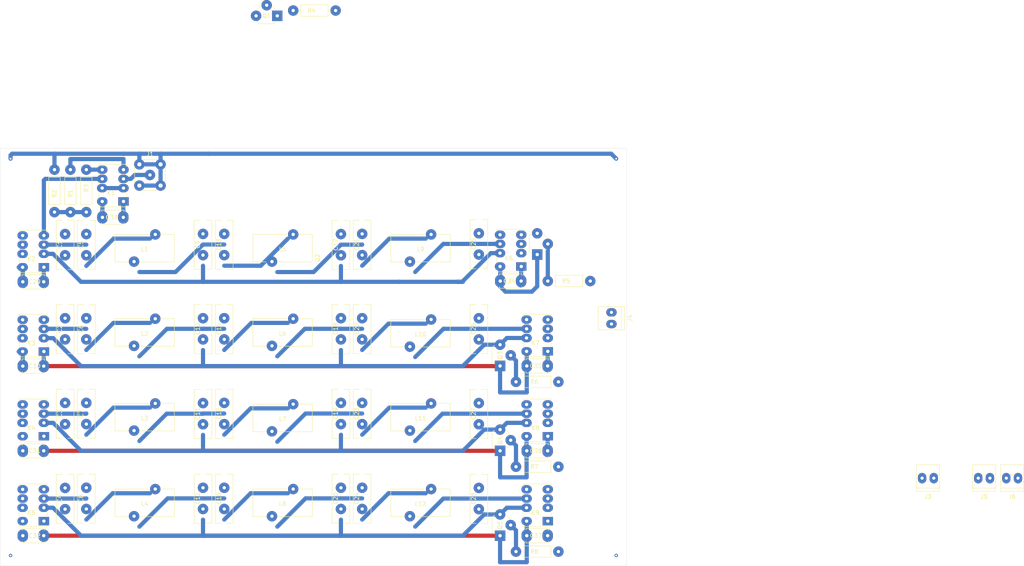
<source format=kicad_pcb>
(kicad_pcb (version 20221018) (generator pcbnew)
  (layers (0 "F.Cu" signal) (31 "B.Cu" signal) (34 "B.Paste" user) (35 "F.Paste" user) (36 "B.SilkS" user "B.Silkscreen") (37 "F.SilkS" user "F.Silkscreen") (38 "B.Mask" user) (39 "F.Mask" user) (44 "Edge.Cuts" user))
  (net 0 "")
  (net 1 "GNDPWR")
  (net 2 "Net-(C1-Pad2)")
  (net 3 "Net-(C2-Pad2)")
  (net 4 "Net-(C3-Pad2)")
  (net 5 "Net-(C1-Pad1)")
  (net 6 "Net-(C2-Pad1)")
  (net 7 "Net-(C3-Pad1)")
  (net 8 "Net-(C7-Pad2)")
  (net 9 "Net-(C8-Pad1)")
  (net 10 "Net-(C9-Pad1)")
  (net 11 "Net-(C10-Pad2)")
  (net 12 "Net-(C11-Pad2)")
  (net 13 "Net-(C12-Pad2)")
  (net 14 "Net-(C10-Pad1)")
  (net 15 "Net-(C14-Pad2)")
  (net 16 "Net-(C15-Pad1)")
  (net 17 "Net-(C16-Pad1)")
  (net 18 "Net-(C17-Pad2)")
  (net 19 "Net-(C15-Pad2)")
  (net 20 "Net-(C16-Pad2)")
  (net 21 "Net-(C17-Pad1)")
  (net 22 "Net-(C21-Pad2)")
  (net 23 "Net-(C22-Pad1)")
  (net 24 "Net-(C23-Pad1)")
  (net 25 "Net-(C24-Pad1)")
  (net 26 "Net-(C22-Pad2)")
  (net 27 "Net-(C23-Pad2)")
  (net 28 "Net-(C24-Pad2)")
  (net 29 "Net-(C28-Pad2)")
  (net 30 "/+13.8V")
  (net 31 "/40m")
  (net 32 "/20m")
  (net 33 "/15m")
  (net 34 "/10m")
  (net 35 "/Att")
  (net 36 "/Ant")
  (net 37 "/BPF")
  (net 38 "Net-(J3-Pin_1)")
  (net 39 "Net-(J4-Pin_1)")
  (net 40 "Net-(J4-Pin_2)")
  (net 41 "Net-(J5-Pin_1)")
  (net 42 "Net-(J5-Pin_2)")
  (net 43 "/Att -12dB")
  (net 44 "Net-(K1-Pad4)")
  (net 45 "Net-(K1-Pad5)")
  (net 46 "+5V")
  (net 47 "Net-(Q1-B)")
  (net 48 "Net-(Q2-B)")
  (net 49 "Net-(Q3-B)")
  (net 50 "Net-(Q4-B)")
  (net 51 "Net-(Q5-B)")
  (net 52 "Net-(R1-Pad2)")
  (footprint "VA3AUI:T50-6" (layer "F.Cu") (at 87.63 81.28)
    (fp_text reference "L7")
    (fp_text value "1.78uH")
  )
  (footprint "VA3AUI:T50-6" (layer "F.Cu") (at 87.63 60.82)
    (fp_text reference "L6")
    (fp_text value "3.83uH")
  )
  (footprint "VA3AUI:C_Rect_L11.5mm_W4.0mm_P5.00mm_Silver_Mica" (layer "F.Cu") (at 73.66 47.13 90)
    (fp_text reference "C13")
    (fp_text value "270")
  )
  (footprint "VA3AUI:C_Rect_L11.5mm_W4.0mm_P5.00mm_Silver_Mica" (layer "F.Cu") (at 73.66 107.91 90)
    (fp_text reference "C16")
    (fp_text value "41*")
  )
  (footprint "VA3AUI:T50-6" (layer "F.Cu") (at 87.63 101.6)
    (fp_text reference "L8")
    (fp_text value "1.78uH")
  )
  (footprint "VA3AUI:G6K-2P-Y" (layer "F.Cu") (at 49.54 31.74 180)
    (fp_text reference "K1")
    (fp_text value "G6K")
  )
  (footprint "VA3AUI:T50-6" (layer "F.Cu") (at 120.65 40.64)
    (fp_text reference "L9")
    (fp_text value "1.78uH")
  )
  (footprint "VA3AUI:C_Disc_D5.1mm_W3.2mm_P5.00mm_MLCC" (layer "F.Cu") (at 25.44 71.16)
    (fp_text reference "C30")
    (fp_text value "33n")
  )
  (footprint "VA3AUI:G6K-2P-Y" (layer "F.Cu") (at 144.78 47.31 180)
    (fp_text reference "K6")
    (fp_text value "G6K")
  )
  (footprint "VA3AUI:TO-92_2N2222" (layer "F.Cu") (at 139.7 88.9 -90)
    (fp_text reference "Q4")
    (fp_text value "2N2222")
  )
  (footprint "VA3AUI:C_Disc_D5.1mm_W3.2mm_P5.00mm_MLCC" (layer "F.Cu") (at 25.44 91.44)
    (fp_text reference "C31")
    (fp_text value "33n")
  )
  (footprint "VA3AUI:T50-6" (layer "F.Cu") (at 87.63 40.64)
    (fp_text reference "L5")
    (fp_text value "3.83uH")
  )
  (footprint "VA3AUI:C_Rect_L11.5mm_W4.0mm_P5.00mm_Silver_Mica" (layer "F.Cu") (at 101.6 107.91 90)
    (fp_text reference "C20")
    (fp_text value "240")
  )
  (footprint "VA3AUI:C_Disc_D5.1mm_W3.2mm_P5.00mm_MLCC" (layer "F.Cu") (at 25.44 50.98)
    (fp_text reference "C29")
    (fp_text value "33n")
  )
  (footprint "VA3AUI:G6K-2P-Y" (layer "F.Cu") (at 151.13 108.27 180)
    (fp_text reference "K9")
    (fp_text value "G6K")
  )
  (footprint "VA3AUI:C_Rect_L11.5mm_W4.0mm_P5.00mm_Silver_Mica" (layer "F.Cu") (at 134.62 46.99 90)
    (fp_text reference "C25")
    (fp_text value "82")
  )
  (footprint "VA3AUI:C_Rect_L11.5mm_W4.0mm_P5.00mm_Silver_Mica" (layer "F.Cu") (at 73.66 87.59 90)
    (fp_text reference "C15")
    (fp_text value "39")
  )
  (footprint "VA3AUI:C_Rect_L11.5mm_W4.0mm_P5.00mm_Silver_Mica" (layer "F.Cu") (at 40.64 87.59 90)
    (fp_text reference "C7")
    (fp_text value "160")
  )
  (footprint "VA3AUI:T50-6" (layer "F.Cu") (at 120.65 61)
    (fp_text reference "L10")
    (fp_text value "1.24uH")
  )
  (footprint "VA3AUI:C_Rect_L11.5mm_W4.0mm_P5.00mm_Silver_Mica" (layer "F.Cu") (at 68.58 47.13 90)
    (fp_text reference "C9")
    (fp_text value "39")
  )
  (footprint "VA3AUI:R_Axial_DIN0207_L6.3mm_D2.5mm_P10.16mm_Horizontal" (layer "F.Cu") (at 40.64 34.29 90)
    (fp_text reference "R3")
    (fp_text value "1M" hide)
  )
  (footprint "VA3AUI:G6K-2P-Y" (layer "F.Cu") (at 151.13 87.95 180)
    (fp_text reference "K8")
    (fp_text value "G6K")
  )
  (footprint "VA3AUI:C_Rect_L11.5mm_W4.0mm_P5.00mm_Silver_Mica" (layer "F.Cu") (at 68.58 87.63 90)
    (fp_text reference "C11")
    (fp_text value "91")
  )
  (footprint "VA3AUI:R_Axial_DIN0207_L6.3mm_D2.5mm_P10.16mm_Horizontal" (layer "F.Cu") (at 153.67 115.57 180)
    (fp_text reference "R8")
    (fp_text value "10k" hide)
  )
  (footprint "VA3AUI:R_Axial_DIN0207_L6.3mm_D2.5mm_P10.16mm_Horizontal" (layer "F.Cu") (at 33.02 24.13 -90)
    (fp_text reference "R2")
    (fp_text value "30" hide)
  )
  (footprint "VA3AUI:C_Rect_L11.5mm_W4.0mm_P5.00mm_Silver_Mica" (layer "F.Cu") (at 134.62 67.31 90)
    (fp_text reference "C26")
    (fp_text value "180")
  )
  (footprint "VA3AUI:C_Rect_L11.5mm_W4.0mm_P5.00mm_Silver_Mica" (layer "F.Cu") (at 101.6 47.17 90)
    (fp_text reference "C17")
    (fp_text value "39")
  )
  (footprint "VA3AUI:TO-92_2N2222" (layer "F.Cu") (at 148.59 41.91 -90)
    (fp_text reference "Q2")
    (fp_text value "2N2222")
  )
  (footprint "VA3AUI:R_Axial_DIN0207_L6.3mm_D2.5mm_P10.16mm_Horizontal" (layer "F.Cu") (at 161.29 50.8 180)
    (fp_text reference "R5")
    (fp_text value "10k" hide)
  )
  (footprint "VA3AUI:C_Rect_L11.5mm_W4.0mm_P5.00mm_Silver_Mica" (layer "F.Cu") (at 35.56 87.59 90)
    (fp_text reference "C3")
    (fp_text value "120")
  )
  (footprint "VA3AUI:C_Rect_L11.5mm_W4.0mm_P5.00mm_Silver_Mica" (layer "F.Cu") (at 106.68 47.13 90)
    (fp_text reference "C21")
    (fp_text value "110")
  )
  (footprint "VA3AUI:T50-6" (layer "F.Cu") (at 54.61 81.1)
    (fp_text reference "L3")
    (fp_text value "5.23uH")
  )
  (footprint "VA3AUI:C_Rect_L11.5mm_W4.0mm_P5.00mm_Silver_Mica" (layer "F.Cu") (at 134.62 107.95 90)
    (fp_text reference "C28")
    (fp_text value "82")
  )
  (footprint "VA3AUI:C_Rect_L11.5mm_W4.0mm_P5.00mm_Silver_Mica" (layer "F.Cu") (at 40.64 107.91 90)
    (fp_text reference "C8")
    (fp_text value "36")
  )
  (footprint "VA3AUI:2poles_screw_tb" (layer "F.Cu") (at 242.14 97.98)
    (fp_text reference "J3")
    (fp_text value "Screw_Terminal_01x02" hide)
  )
  (footprint "VA3AUI:R_Axial_DIN0207_L6.3mm_D2.5mm_P10.16mm_Horizontal" (layer "F.Cu") (at 100.33 -13.97 180)
    (fp_text reference "R4")
    (fp_text value "27" hide)
  )
  (footprint "VA3AUI:T50-6" (layer "F.Cu") (at 54.61 101.6)
    (fp_text reference "L4")
    (fp_text value "3.83uH")
  )
  (footprint "VA3AUI:C_Rect_L11.5mm_W4.0mm_P5.00mm_Silver_Mica" (layer "F.Cu") (at 106.68 67.31 90)
    (fp_text reference "C22")
    (fp_text value "30")
  )
  (footprint "VA3AUI:C_Rect_L11.5mm_W4.0mm_P5.00mm_Silver_Mica" (layer "F.Cu") (at 35.56 47.17 90)
    (fp_text reference "C1")
    (fp_text value "120")
  )
  (footprint "VA3AUI:C_Rect_L11.5mm_W4.0mm_P5.00mm_Silver_Mica" (layer "F.Cu") (at 68.58 67.31 90)
    (fp_text reference "C10")
    (fp_text value "36")
  )
  (footprint "VA3AUI:TO-92_2N2222" (layer "F.Cu") (at 139.7 68.58 -90)
    (fp_text reference "Q3")
    (fp_text value "2N2222")
  )
  (footprint "VA3AUI:C_Disc_D5.1mm_W3.2mm_P5.00mm_MLCC" (layer "F.Cu") (at 151.09 91.44 180)
    (fp_text reference "C36")
    (fp_text value "33n")
  )
  (footprint "VA3AUI:T50-6" (layer "F.Cu") (at 120.65 101.6)
    (fp_text reference "L12")
    (fp_text value "1.24uH")
  )
  (footprint "VA3AUI:C_Rect_L11.5mm_W4.0mm_P5.00mm_Silver_Mica" (layer "F.Cu") (at 35.56 107.95 90)
    (fp_text reference "C4")
    (fp_text value "160")
  )
  (footprint "VA3AUI:C_Disc_D5.1mm_W3.2mm_P5.00mm_MLCC" (layer "F.Cu") (at 144.74 50.8 180)
    (fp_text reference "C34")
    (fp_text value "33n")
  )
  (footprint "VA3AUI:C_Disc_D5.1mm_W3.2mm_P5.00mm_MLCC" (layer "F.Cu") (at 25.44 111.76)
    (fp_text reference "C32")
    (fp_text value "33n")
  )
  (footprint "VA3AUI:TO-92_2N2222" (layer "F.Cu") (at 139.7 109.22 -90)
    (fp_text reference "Q5")
    (fp_text value "2N2222")
  )
  (footprint "VA3AUI:C_Disc_D5.1mm_W3.2mm_P5.00mm_MLCC" (layer "F.Cu") (at 49.5 35.55 180)
    (fp_text reference "C33")
    (fp_text value "33n")
  )
  (footprint "VA3AUI:G6K-2P-Y" (layer "F.Cu") (at 30.48 87.95 180)
    (fp_text reference "K4")
    (fp_text value "G6K")
  )
  (footprint "VA3AUI:C_Rect_L11.5mm_W4.0mm_P5.00mm_Silver_Mica" (layer "F.Cu") (at 106.68 87.59 90)
    (fp_text reference "C23")
    (fp_text value "33")
  )
  (footprint "VA3AUI:C_Rect_L11.5mm_W4.0mm_P5.00mm_Silver_Mica" (layer "F.Cu") (at 73.66 67.31 90)
    (fp_text reference "C14")
    (fp_text value "91")
  )
  (footprint "VA3AUI:2poles_screw_tb" (layer "F.Cu") (at 255.58 97.98)
    (fp_text reference "J5")
    (fp_text value "Screw_Terminal_01x02" hide)
  )
  (footprint "VA3AUI:C_Rect_L11.5mm_W4.0mm_P5.00mm_Silver_Mica" (layer "F.Cu") (at 101.6 87.59 90)
    (fp_text reference "C19")
    (fp_text value "240")
  )
  (footprint "VA3AUI:T50-6" (layer "F.Cu") (at 54.61 60.82)
    (fp_text reference "L2")
    (fp_text value "5.23uH")
  )
  (footprint "VA3AUI:C_Rect_L11.5mm_W4.0mm_P5.00mm_Silver_Mica" (layer "F.Cu") (at 35.56 67.31 90)
    (fp_text reference "C2")
    (fp_text value "135*")
  )
  (footprint "VA3AUI:SMA" (layer "F.Cu") (at 55.88 25.4)
    (fp_text reference "J1")
    (fp_text value "Conn_Coaxial")
  )
  (footprint "VA3AUI:C_Disc_D5.1mm_W3.2mm_P5.00mm_MLCC" (layer "F.Cu") (at 151.09 71.12 180)
    (fp_text reference "C35")
    (fp_text value "33n")
  )
  (footprint "VA3AUI:TO-92_2N2222" (layer "F.Cu") (at 83.82 -12.7)
    (fp_text reference "Q1")
    (fp_text value "2N2222")
  )
  (footprint "VA3AUI:C_Rect_L11.5mm_W4.0mm_P5.00mm_Silver_Mica" (layer "F.Cu") (at 106.68 107.91 90)
    (fp_text reference "C24")
    (fp_text value "30")
  )
  (footprint "VA3AUI:2poles_screw_tb" (layer "F.Cu") (at 262.3 97.98)
    (fp_text reference "J6")
    (fp_text value "Screw_Terminal_01x02" hide)
  )
  (footprint "VA3AUI:R_Axial_DIN0207_L6.3mm_D2.5mm_P10.16mm_Horizontal" (layer "F.Cu") (at 153.67 95.25 180)
    (fp_text reference "R7")
    (fp_text value "10k" hide)
  )
  (footprint "VA3AUI:C_Rect_L11.5mm_W4.0mm_P5.00mm_Silver_Mica" (layer "F.Cu") (at 134.62 87.63 90)
    (fp_text reference "C27")
    (fp_text value "180")
  )
  (footprint "VA3AUI:G6K-2P-Y" (layer "F.Cu") (at 30.48 67.67 180)
    (fp_text reference "K3")
    (fp_text value "G6K")
  )
  (footprint "VA3AUI:G6K-2P-Y" (layer "F.Cu") (at 30.48 108.27 180)
    (fp_text reference "K5")
    (fp_text value "G6K")
  )
  (footprint "VA3AUI:C_Disc_D5.1mm_W3.2mm_P5.00mm_MLCC" (layer "F.Cu") (at 151.09 111.76 180)
    (fp_text reference "C37")
    (fp_text value "33n")
  )
  (footprint "VA3AUI:C_Rect_L11.5mm_W4.0mm_P5.00mm_Silver_Mica" (layer "F.Cu") (at 40.64 67.31 90)
    (fp_text reference "C6")
    (fp_text value "620")
  )
  (footprint "VA3AUI:C_Rect_L11.5mm_W4.0mm_P5.00mm_Silver_Mica" (layer "F.Cu") (at 68.58 107.91 90)
    (fp_text reference "C12")
    (fp_text value "270")
  )
  (footprint "VA3AUI:T50-6" (layer "F.Cu") (at 120.65 81.1)
    (fp_text reference "L11")
    (fp_text value "1.24uH")
  )
  (footprint "VA3AUI:2poles_screw_tb" (layer "F.Cu") (at 166.37 59.69 90)
    (fp_text reference "J4")
    (fp_text value "Screw_Terminal_01x02" hide)
  )
  (footprint "VA3AUI:R_Axial_DIN0207_L6.3mm_D2.5mm_P10.16mm_Horizontal" (layer "F.Cu") (at 153.67 74.93 180)
    (fp_text reference "R6")
    (fp_text value "10k" hide)
  )
  (footprint "VA3AUI:G6K-2P-Y" (layer "F.Cu") (at 30.48 47.49 180)
    (fp_text reference "K2")
    (fp_text value "G6K")
  )
  (footprint "VA3AUI:T50-6" (layer "F.Cu") (at 54.61 40.64)
    (fp_text reference "L1")
    (fp_text value "5.23uH")
  )
  (footprint "VA3AUI:G6K-2P-Y" (layer "F.Cu") (at 151.13 67.63 180)
    (fp_text reference "K7")
    (fp_text value "G6K")
  )
  (footprint "VA3AUI:C_Rect_L11.5mm_W4.0mm_P5.00mm_Silver_Mica" (layer "F.Cu") (at 40.64 47.17 90)
    (fp_text reference "C5")
    (fp_text value "620")
  )
  (footprint "VA3AUI:R_Axial_DIN0207_L6.3mm_D2.5mm_P10.16mm_Horizontal" (layer "F.Cu") (at 36.83 24.13 -90)
    (fp_text reference "R1")
    (fp_text value "30" hide)
  )
  (footprint "VA3AUI:C_Rect_L11.5mm_W4.0mm_P5.00mm_Silver_Mica" (layer "F.Cu") (at 101.6 67.31 90)
    (fp_text reference "C18")
    (fp_text value "110")
  )
  (gr_line (start 170 19) (end 170 119) (stroke (width 0.05)) (layer "Edge.Cuts"))
  (gr_line (start 20 119) (end 20 19) (stroke (width 0.05)) (layer "Edge.Cuts"))
  (gr_line (start 20 19) (end 170 19) (stroke (width 0.05)) (layer "Edge.Cuts"))
  (gr_line (start 170 119) (end 20 119) (stroke (width 0.05)) (layer "Edge.Cuts"))
  (via (at 167.5 116.5) (size 0.8) (drill 0.4) (layers "F.Cu" "B.Cu") (net 0))
  (via (at 22.5 116.5) (size 0.8) (drill 0.4) (layers "F.Cu" "B.Cu") (net 0))
  (segment (start 61.99 48.64) (end 68.58 42.05) (width 1) (layer "B.Cu") (net 0))
  (segment (start 106.68 82.51) (end 93.13 82.51) (width 1) (layer "B.Cu") (net 0))
  (segment (start 30.48 102.87) (end 40.6 102.87) (width 1) (layer "B.Cu") (net 0))
  (segment (start 53.34 48.64) (end 61.99 48.64) (width 1) (layer "B.Cu") (net 0))
  (segment (start 106.68 62.23) (end 101.6 62.23) (width 1) (layer "B.Cu") (net 0))
  (segment (start 101.6 62.23) (end 92.95 62.23) (width 1) (layer "B.Cu") (net 0))
  (segment (start 126.11 41.91) (end 119.38 48.64) (width 1) (layer "B.Cu") (net 0))
  (segment (start 92.95 62.23) (end 86.36 68.82) (width 1) (layer "B.Cu") (net 0))
  (segment (start 139.7 41.91) (end 126.11 41.91) (width 1) (layer "B.Cu") (net 0))
  (segment (start 40.6 102.87) (end 40.64 102.83) (width 1) (layer "B.Cu") (net 0))
  (segment (start 73.66 42.05) (end 68.58 42.05) (width 1) (layer "B.Cu") (net 0))
  (segment (start 93.13 82.51) (end 86.36 89.28) (width 1) (layer "B.Cu") (net 0))
  (via (at 22.5 21.5) (size 0.8) (drill 0.4) (layers "F.Cu" "B.Cu") (net 1))
  (via (at 167.5 21.5) (size 0.8) (drill 0.4) (layers "F.Cu" "B.Cu") (net 1))
  (segment (start 101.6 47.17) (end 101.6 50.98) (width 1) (layer "B.Cu") (net 1))
  (segment (start 68.58 111.76) (end 101.6 111.76) (width 1) (layer "B.Cu") (net 1))
  (segment (start 139.7 86.36) (end 135.89 86.36) (width 1) (layer "B.Cu") (net 1))
  (segment (start 141.31 84.75) (end 139.7 86.36) (width 1) (layer "B.Cu") (net 1))
  (segment (start 101.6 71.16) (end 130.77 71.16) (width 1) (layer "B.Cu") (net 1))
  (segment (start 32.68 44.29) (end 30.48 44.29) (width 1) (layer "B.Cu") (net 1))
  (segment (start 33.02 24.13) (end 33.02 20.32) (width 1) (layer "B.Cu") (net 1))
  (segment (start 35.56 87.63) (end 39.37 91.44) (width 1) (layer "B.Cu") (net 1))
  (segment (start 135.89 106.68) (end 134.62 107.95) (width 1) (layer "B.Cu") (net 1))
  (segment (start 39.37 50.98) (end 68.58 50.98) (width 1) (layer "B.Cu") (net 1))
  (segment (start 39.37 91.44) (end 68.58 91.44) (width 1) (layer "B.Cu") (net 1))
  (segment (start 135.89 86.36) (end 134.62 87.63) (width 1) (layer "B.Cu") (net 1))
  (segment (start 101.6 67.31) (end 101.6 71.16) (width 1) (layer "B.Cu") (net 1))
  (segment (start 53.34 22.86) (end 53.34 20.32) (width 1) (layer "B.Cu") (net 1))
  (segment (start 53.34 27.94) (end 58.42 27.94) (width 1) (layer "B.Cu") (net 1))
  (segment (start 139.7 66.04) (end 135.89 66.04) (width 1) (layer "B.Cu") (net 1))
  (segment (start 146.03 64.43) (end 141.31 64.43) (width 1) (layer "B.Cu") (net 1))
  (segment (start 39.37 71.16) (end 68.58 71.16) (width 1) (layer "B.Cu") (net 1))
  (segment (start 53.34 22.86) (end 58.42 22.86) (width 1) (layer "B.Cu") (net 1))
  (segment (start 49.53 20.32) (end 53.34 20.32) (width 1) (layer "B.Cu") (net 1))
  (segment (start 130.81 91.44) (end 134.62 87.63) (width 1) (layer "B.Cu") (net 1))
  (segment (start 146.03 84.75) (end 141.31 84.75) (width 1) (layer "B.Cu") (net 1))
  (segment (start 35.56 47.17) (end 39.37 50.98) (width 1) (layer "B.Cu") (net 1))
  (segment (start 30.48 105.07) (end 32.68 105.07) (width 1) (layer "B.Cu") (net 1))
  (segment (start 134.62 107.95) (end 130.81 111.76) (width 1) (layer "B.Cu") (net 1))
  (segment (start 68.58 67.31) (end 68.58 71.16) (width 1) (layer "B.Cu") (net 1))
  (segment (start 130.77 71.16) (end 134.62 67.31) (width 1) (layer "B.Cu") (net 1))
  (segment (start 68.58 71.16) (end 101.6 71.16) (width 1) (layer "B.Cu") (net 1))
  (segment (start 137.5 44.11) (end 134.62 46.99) (width 1) (layer "B.Cu") (net 1))
  (segment (start 130.81 111.76) (end 101.6 111.76) (width 1) (layer "B.Cu") (net 1))
  (segment (start 101.6 50.98) (end 115.57 50.98) (width 1) (layer "B.Cu") (net 1))
  (segment (start 22.86 20.32) (end 33.02 20.32) (width 1) (layer "B.Cu") (net 1))
  (segment (start 101.6 91.44) (end 130.81 91.44) (width 1) (layer "B.Cu") (net 1))
  (segment (start 69.85 20.32) (end 166.32 20.32) (width 1) (layer "B.Cu") (net 1))
  (segment (start 22.5 21.5) (end 22.5 20.68) (width 1) (layer "B.Cu") (net 1))
  (segment (start 58.42 20.32) (end 69.85 20.32) (width 1) (layer "B.Cu") (net 1))
  (segment (start 30.48 64.47) (end 32.72 64.47) (width 1) (layer "B.Cu") (net 1))
  (segment (start 134.62 46.99) (end 130.63 50.98) (width 1) (layer "B.Cu") (net 1))
  (segment (start 68.58 47.13) (end 68.58 50.98) (width 1) (layer "B.Cu") (net 1))
  (segment (start 101.6 107.91) (end 101.6 111.76) (width 1) (layer "B.Cu") (net 1))
  (segment (start 22.5 20.68) (end 22.86 20.32) (width 1) (layer "B.Cu") (net 1))
  (segment (start 139.68 44.11) (end 137.5 44.11) (width 1) (layer "B.Cu") (net 1))
  (segment (start 35.56 87.59) (end 35.56 87.63) (width 1) (layer "B.Cu") (net 1))
  (segment (start 130.63 50.98) (end 129.54 50.98) (width 1) (layer "B.Cu") (net 1))
  (segment (start 146.03 105.07) (end 141.31 105.07) (width 1) (layer "B.Cu") (net 1))
  (segment (start 68.58 107.91) (end 68.58 111.76) (width 1) (layer "B.Cu") (net 1))
  (segment (start 35.56 107.95) (end 39.37 111.76) (width 1) (layer "B.Cu") (net 1))
  (segment (start 35.56 67.35) (end 39.37 71.16) (width 1) (layer "B.Cu") (net 1))
  (segment (start 58.42 27.94) (end 58.42 22.86) (width 1) (layer "B.Cu") (net 1))
  (segment (start 35.56 67.31) (end 35.56 67.35) (width 1) (layer "B.Cu") (net 1))
  (segment (start 101.6 87.59) (end 101.6 91.44) (width 1) (layer "B.Cu") (net 1))
  (segment (start 58.42 22.86) (end 58.42 20.32) (width 1) (layer "B.Cu") (net 1))
  (segment (start 32.68 105.07) (end 35.56 107.95) (width 1) (layer "B.Cu") (net 1))
  (segment (start 39.37 111.76) (end 68.58 111.76) (width 1) (layer "B.Cu") (net 1))
  (segment (start 68.58 50.98) (end 101.6 50.98) (width 1) (layer "B.Cu") (net 1))
  (segment (start 135.89 66.04) (end 134.62 67.31) (width 1) (layer "B.Cu") (net 1))
  (segment (start 53.34 20.32) (end 58.42 20.32) (width 1) (layer "B.Cu") (net 1))
  (segment (start 129.54 50.98) (end 130.81 50.98) (width 1) (layer "B.Cu") (net 1))
  (segment (start 35.56 47.17) (end 32.68 44.29) (width 1) (layer "B.Cu") (net 1))
  (segment (start 32.72 64.47) (end 35.56 67.31) (width 1) (layer "B.Cu") (net 1))
  (segment (start 30.48 84.75) (end 32.72 84.75) (width 1) (layer "B.Cu") (net 1))
  (segment (start 141.31 105.07) (end 139.7 106.68) (width 1) (layer "B.Cu") (net 1))
  (segment (start 68.58 91.44) (end 101.6 91.44) (width 1) (layer "B.Cu") (net 1))
  (segment (start 139.7 106.68) (end 135.89 106.68) (width 1) (layer "B.Cu") (net 1))
  (segment (start 141.31 64.43) (end 139.7 66.04) (width 1) (layer "B.Cu") (net 1))
  (segment (start 32.72 84.75) (end 35.56 87.59) (width 1) (layer "B.Cu") (net 1))
  (segment (start 115.57 50.98) (end 129.54 50.98) (width 1) (layer "B.Cu") (net 1))
  (segment (start 73.66 47.13) (end 82.41 47.13) (width 1) (layer "B.Cu") (net 1))
  (segment (start 82.41 47.13) (end 88.9 40.64) (width 1) (layer "B.Cu") (net 1))
  (segment (start 33.02 20.32) (end 49.53 20.32) (width 1) (layer "B.Cu") (net 1))
  (segment (start 166.32 20.32) (end 167.5 21.5) (width 1) (layer "B.Cu") (net 1))
  (segment (start 68.58 87.63) (end 68.58 91.44) (width 1) (layer "B.Cu") (net 1))
  (segment (start 40.64 42.09) (end 30.48 42.09) (width 1) (layer "B.Cu") (net 2))
  (segment (start 40.64 62.23) (end 30.52 62.23) (width 1) (layer "B.Cu") (net 3))
  (segment (start 30.52 62.23) (end 30.48 62.27) (width 1) (layer "B.Cu") (net 3))
  (segment (start 47.17 40.64) (end 40.64 47.17) (width 1) (layer "B.Cu") (net 5))
  (segment (start 55.88 40.64) (end 47.17 40.64) (width 1) (layer "B.Cu") (net 5))
  (segment (start 47.13 60.82) (end 40.64 67.31) (width 1) (layer "B.Cu") (net 6))
  (segment (start 55.88 60.82) (end 47.13 60.82) (width 1) (layer "B.Cu") (net 6))
  (segment (start 55.88 81.1) (end 47.13 81.1) (width 1) (layer "B.Cu") (net 7))
  (segment (start 47.13 81.1) (end 40.64 87.59) (width 1) (layer "B.Cu") (net 7))
  (segment (start 46.95 101.6) (end 40.64 107.91) (width 1) (layer "B.Cu") (net 9))
  (segment (start 55.88 101.6) (end 46.95 101.6) (width 1) (layer "B.Cu") (net 9))
  (segment (start 73.66 62.23) (end 68.58 62.23) (width 1) (layer "B.Cu") (net 11))
  (segment (start 59.93 62.23) (end 53.34 68.82) (width 1) (layer "B.Cu") (net 11))
  (segment (start 68.58 62.23) (end 59.93 62.23) (width 1) (layer "B.Cu") (net 11))
  (segment (start 30.48 82.55) (end 40.6 82.55) (width 1) (layer "B.Cu") (net 12))
  (segment (start 73.66 82.51) (end 68.62 82.51) (width 1) (layer "B.Cu") (net 12))
  (segment (start 68.62 82.51) (end 68.58 82.55) (width 1) (layer "B.Cu") (net 12))
  (segment (start 68.58 82.55) (end 59.89 82.55) (width 1) (layer "B.Cu") (net 12))
  (segment (start 40.6 82.55) (end 40.64 82.51) (width 1) (layer "B.Cu") (net 12))
  (segment (start 59.89 82.55) (end 53.34 89.1) (width 1) (layer "B.Cu") (net 12))
  (segment (start 60.11 102.83) (end 53.34 109.6) (width 1) (layer "B.Cu") (net 13))
  (segment (start 73.66 102.83) (end 60.11 102.83) (width 1) (layer "B.Cu") (net 13))
  (segment (start 80.15 60.82) (end 73.66 67.31) (width 1) (layer "B.Cu") (net 14))
  (segment (start 88.9 60.82) (end 80.15 60.82) (width 1) (layer "B.Cu") (net 14))
  (segment (start 79.97 81.28) (end 73.66 87.59) (width 1) (layer "B.Cu") (net 16))
  (segment (start 88.9 81.28) (end 79.97 81.28) (width 1) (layer "B.Cu") (net 16))
  (segment (start 88.9 101.6) (end 79.97 101.6) (width 1) (layer "B.Cu") (net 17))
  (segment (start 79.97 101.6) (end 73.66 107.91) (width 1) (layer "B.Cu") (net 17))
  (segment (start 95.05 48.64) (end 101.6 42.09) (width 1) (layer "B.Cu") (net 18))
  (segment (start 86.36 48.64) (end 95.05 48.64) (width 1) (layer "B.Cu") (net 18))
  (segment (start 93.13 102.83) (end 86.36 109.6) (width 1) (layer "B.Cu") (net 18))
  (segment (start 106.64 42.09) (end 106.68 42.05) (width 1) (layer "B.Cu") (net 18))
  (segment (start 106.68 102.83) (end 93.13 102.83) (width 1) (layer "B.Cu") (net 18))
  (segment (start 101.6 42.09) (end 106.64 42.09) (width 1) (layer "B.Cu") (net 18))
  (segment (start 121.92 40.64) (end 113.17 40.64) (width 1) (layer "B.Cu") (net 21))
  (segment (start 113.17 40.64) (end 106.68 47.13) (width 1) (layer "B.Cu") (net 21))
  (segment (start 126.15 62.23) (end 119.38 69) (width 1) (layer "B.Cu") (net 22))
  (segment (start 134.62 62.23) (end 126.15 62.23) (width 1) (layer "B.Cu") (net 22))
  (segment (start 134.62 62.23) (end 146.05 62.23) (width 1) (layer "B.Cu") (net 22))
  (segment (start 121.92 61) (end 112.99 61) (width 1) (layer "B.Cu") (net 23))
  (segment (start 112.99 61) (end 106.68 67.31) (width 1) (layer "B.Cu") (net 23))
  (segment (start 113.17 81.1) (end 106.68 87.59) (width 1) (layer "B.Cu") (net 24))
  (segment (start 121.92 81.1) (end 113.17 81.1) (width 1) (layer "B.Cu") (net 24))
  (segment (start 121.92 101.6) (end 112.99 101.6) (width 1) (layer "B.Cu") (net 25))
  (segment (start 112.99 101.6) (end 106.68 107.91) (width 1) (layer "B.Cu") (net 25))
  (segment (start 134.62 82.55) (end 146.05 82.55) (width 1) (layer "B.Cu") (net 28))
  (segment (start 125.93 82.55) (end 119.38 89.1) (width 1) (layer "B.Cu") (net 28))
  (segment (start 134.62 82.55) (end 125.93 82.55) (width 1) (layer "B.Cu") (net 28))
  (segment (start 126.11 102.87) (end 119.38 109.6) (width 1) (layer "B.Cu") (net 29))
  (segment (start 146.05 102.87) (end 126.11 102.87) (width 1) (layer "B.Cu") (net 29))
  (segment (start 49.5 35.55) (end 49.5 31.78) (width 1) (layer "B.Cu") (net 30))
  (segment (start 25.44 67.71) (end 25.4 67.67) (width 1) (layer "B.Cu") (net 30))
  (segment (start 24.45 67.67) (end 25.4 67.67) (width 1) (layer "B.Cu") (net 30))
  (segment (start 25.44 50.98) (end 25.22 50.98) (width 1) (layer "B.Cu") (net 30))
  (segment (start 151.09 91.44) (end 151.09 87.99) (width 1) (layer "B.Cu") (net 30))
  (segment (start 49.5 31.78) (end 49.54 31.74) (width 1) (layer "B.Cu") (net 30))
  (segment (start 151.09 87.99) (end 151.13 87.95) (width 1) (layer "B.Cu") (net 30))
  (segment (start 25.44 47.53) (end 25.4 47.49) (width 1) (layer "B.Cu") (net 30))
  (segment (start 25.44 71.16) (end 25.44 67.71) (width 1) (layer "B.Cu") (net 30))
  (segment (start 144.74 50.8) (end 144.74 47.35) (width 1) (layer "B.Cu") (net 30))
  (segment (start 25.4 47.49) (end 24.45 47.49) (width 1) (layer "B.Cu") (net 30))
  (segment (start 151.09 71.12) (end 151.09 67.67) (width 1) (layer "B.Cu") (net 30))
  (segment (start 151.09 67.67) (end 151.13 67.63) (width 1) (layer "B.Cu") (net 30))
  (segment (start 25.44 50.98) (end 25.44 47.53) (width 1) (layer "B.Cu") (net 30))
  (segment (start 144.74 47.35) (end 144.78 47.31) (width 1) (layer "B.Cu") (net 30))
  (segment (start 30.44 47.53) (end 30.48 47.49) (width 1) (layer "B.Cu") (net 31))
  (segment (start 30.44 50.98) (end 30.44 47.53) (width 1) (layer "B.Cu") (net 31))
  (segment (start 147.32 53.34) (end 148.59 52.07) (width 1) (layer "B.Cu") (net 31))
  (segment (start 139.74 52.11) (end 140.97 53.34) (width 1) (layer "B.Cu") (net 31))
  (segment (start 148.59 52.07) (end 148.59 44.45) (width 1) (layer "B.Cu") (net 31))
  (segment (start 140.97 53.34) (end 147.32 53.34) (width 1) (layer "B.Cu") (net 31))
  (segment (start 139.74 50.8) (end 139.74 47.35) (width 1) (layer "B.Cu") (net 31))
  (segment (start 139.74 47.35) (end 139.7 47.31) (width 1) (layer "B.Cu") (net 31))
  (segment (start 139.74 50.8) (end 139.74 52.11) (width 1) (layer "B.Cu") (net 31))
  (segment (start 30.44 71.16) (end 139.66 71.16) (width 1) (layer "F.Cu") (net 32))
  (segment (start 139.66 71.16) (end 139.7 71.12) (width 1) (layer "F.Cu") (net 32))
  (segment (start 146.09 67.67) (end 146.05 67.63) (width 1) (layer "B.Cu") (net 32))
  (segment (start 139.7 71.12) (end 139.7 77.47) (width 1) (layer "B.Cu") (net 32))
  (segment (start 139.7 77.47) (end 146.05 77.47) (width 1) (layer "B.Cu") (net 32))
  (segment (start 146.09 71.12) (end 146.09 67.67) (width 1) (layer "B.Cu") (net 32))
  (segment (start 30.44 71.16) (end 30.44 67.71) (width 1) (layer "B.Cu") (net 32))
  (segment (start 146.09 77.43) (end 146.09 71.12) (width 1) (layer "B.Cu") (net 32))
  (segment (start 30.44 67.71) (end 30.48 67.67) (width 1) (layer "B.Cu") (net 32))
  (segment (start 146.05 77.47) (end 146.09 77.43) (width 1) (layer "B.Cu") (net 32))
  (segment (start 30.44 91.44) (end 139.7 91.44) (width 1) (layer "F.Cu") (net 33))
  (segment (start 139.7 97.79) (end 146.05 97.79) (width 1) (layer "B.Cu") (net 33))
  (segment (start 139.7 91.44) (end 139.7 97.79) (width 1) (layer "B.Cu") (net 33))
  (segment (start 146.05 97.79) (end 146.05 87.95) (width 1) (layer "B.Cu") (net 33))
  (segment (start 30.44 111.76) (end 139.7 111.76) (width 1) (layer "F.Cu") (net 34))
  (segment (start 146.09 118.07) (end 146.09 111.76) (width 1) (layer "B.Cu") (net 34))
  (segment (start 139.7 118.11) (end 146.05 118.11) (width 1) (layer "B.Cu") (net 34))
  (segment (start 146.09 111.76) (end 146.09 108.31) (width 1) (layer "B.Cu") (net 34))
  (segment (start 146.05 118.11) (end 146.09 118.07) (width 1) (layer "B.Cu") (net 34))
  (segment (start 139.7 111.76) (end 139.7 118.11) (width 1) (layer "B.Cu") (net 34))
  (segment (start 146.09 108.31) (end 146.05 108.27) (width 1) (layer "B.Cu") (net 34))
  (segment (start 44.5 35.55) (end 44.5 31.78) (width 1) (layer "B.Cu") (net 35))
  (segment (start 44.5 31.78) (end 44.46 31.74) (width 1) (layer "B.Cu") (net 35))
  (segment (start 49.54 26.34) (end 51.29 26.34) (width 1) (layer "B.Cu") (net 36))
  (segment (start 49.87 26.67) (end 49.54 26.34) (width 1) (layer "B.Cu") (net 36))
  (segment (start 52.23 25.4) (end 55.88 25.4) (width 1) (layer "B.Cu") (net 36))
  (segment (start 51.29 26.34) (end 52.23 25.4) (width 1) (layer "B.Cu") (net 36))
  (segment (start 30.48 39.89) (end 30.48 26.67) (width 1) (layer "B.Cu") (net 37))
  (segment (start 44.46 26.34) (end 30.81 26.34) (width 1) (layer "B.Cu") (net 37))
  (segment (start 30.81 26.34) (end 30.48 26.67) (width 1) (layer "B.Cu") (net 37))
  (segment (start 44.44 28.54) (end 49.54 28.54) (width 1) (layer "B.Cu") (net 43))
  (segment (start 49.53 21.59) (end 49.54 21.6) (width 1) (layer "B.Cu") (net 44))
  (segment (start 36.83 24.13) (end 36.83 21.59) (width 1) (layer "B.Cu") (net 44))
  (segment (start 49.54 21.6) (end 49.54 24.14) (width 1) (layer "B.Cu") (net 44))
  (segment (start 36.83 21.59) (end 49.53 21.59) (width 1) (layer "B.Cu") (net 44))
  (segment (start 44.45 24.13) (end 44.46 24.14) (width 1) (layer "B.Cu") (net 45))
  (segment (start 40.64 24.13) (end 44.45 24.13) (width 1) (layer "B.Cu") (net 45))
  (segment (start 151.13 41.91) (end 151.13 50.8) (width 1) (layer "B.Cu") (net 48))
  (segment (start 143.51 74.93) (end 143.51 69.85) (width 1) (layer "B.Cu") (net 49))
  (segment (start 143.51 69.85) (end 142.24 68.58) (width 1) (layer "B.Cu") (net 49))
  (segment (start 143.51 90.17) (end 142.24 88.9) (width 1) (layer "B.Cu") (net 50))
  (segment (start 143.51 95.25) (end 143.51 90.17) (width 1) (layer "B.Cu") (net 50))
  (segment (start 143.51 110.49) (end 142.24 109.22) (width 1) (layer "B.Cu") (net 51))
  (segment (start 143.51 115.57) (end 143.51 110.49) (width 1) (layer "B.Cu") (net 51))
  (segment (start 33.02 34.29) (end 40.64 34.29) (width 1) (layer "B.Cu") (net 52))
)
</source>
